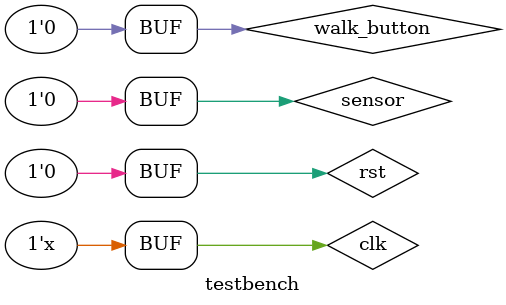
<source format=v>
`timescale 1ms / 1ps


module testbench();
    reg clk;
    always #500 clk = ~clk;
    reg walk_button = 0;
    reg sensor = 0;
    reg rst = 0;
    wire [1:0] main_light;
    wire [1:0] side_light;
    wire walk_light;
    
    traffic_controller traf(.clk(clk), .walk_button(walk_button), .sensor(sensor), 
    .rst(rst), .main_light(main_light), .side_light(side_light), .walk_light(walk_light));
    
    initial begin
        clk = 1;
        rst = 0;
        #6000;
        rst = 1;        //check reset during main_green
        #1000;
        rst = 0;        //remove reset
        #5000;
        walk_button = 1;    //check walk button 
        #1000;
        walk_button = 0;    //turn off walkbutton
        #6000;
        sensor = 1;         //check sensor
        #15000;
        sensor = 0;         //turn off sensor
        walk_button = 1;    //turn on walk button
        #1000;
        walk_button = 0;    //turn walk button off
        #17000;
        rst = 1;            //reset
        #1000;
        rst = 0;
        #5000;
        sensor = 1;
        #12000;
        sensor = 0;
        #1000;
        walk_button = 1;        //check walk during side street green
        #1000;
        walk_button = 0;
    end
endmodule

</source>
